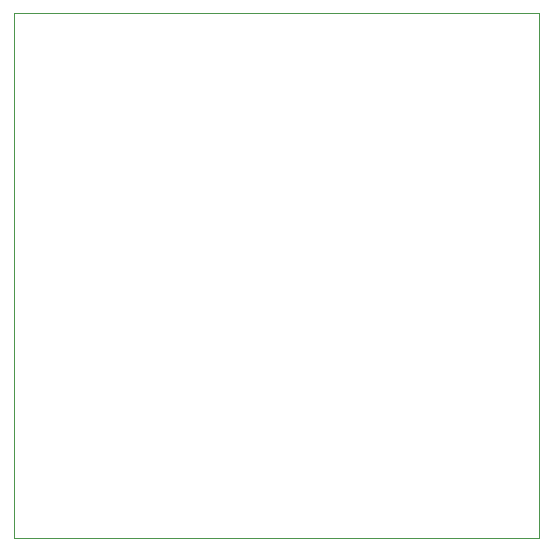
<source format=gbr>
G04 #@! TF.GenerationSoftware,KiCad,Pcbnew,(5.1.5)-3*
G04 #@! TF.CreationDate,2020-01-15T00:30:51-05:00*
G04 #@! TF.ProjectId,STM32 Klipper Expander,53544d33-3220-44b6-9c69-707065722045,rev?*
G04 #@! TF.SameCoordinates,Original*
G04 #@! TF.FileFunction,Profile,NP*
%FSLAX46Y46*%
G04 Gerber Fmt 4.6, Leading zero omitted, Abs format (unit mm)*
G04 Created by KiCad (PCBNEW (5.1.5)-3) date 2020-01-15 00:30:51*
%MOMM*%
%LPD*%
G04 APERTURE LIST*
%ADD10C,0.100000*%
G04 APERTURE END LIST*
D10*
X144450000Y-55550000D02*
X144450000Y-100000000D01*
X100000000Y-55550000D02*
X144450000Y-55550000D01*
X100000000Y-100000000D02*
X100000000Y-55550000D01*
X144450000Y-100000000D02*
X100000000Y-100000000D01*
M02*

</source>
